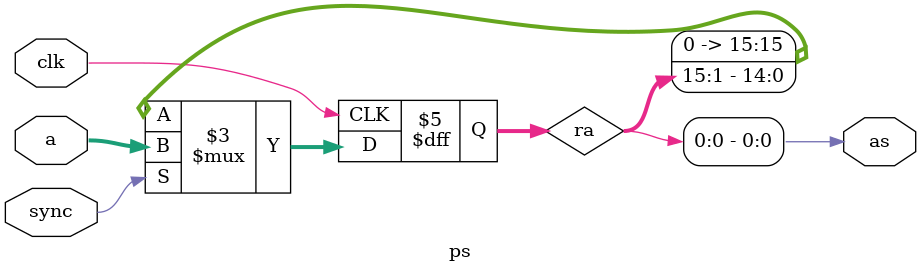
<source format=v>
module ps(input wire[15:0] a,
	  input wire  sync,
	  input wire  clk,
	  output wire as);

   reg [15:0] 	      ra;

   always @(posedge clk)
     if (sync)
       ra <= a;
     else
       ra <= {1'b0, ra[15:1]};

   assign as = ra[0];

endmodule

</source>
